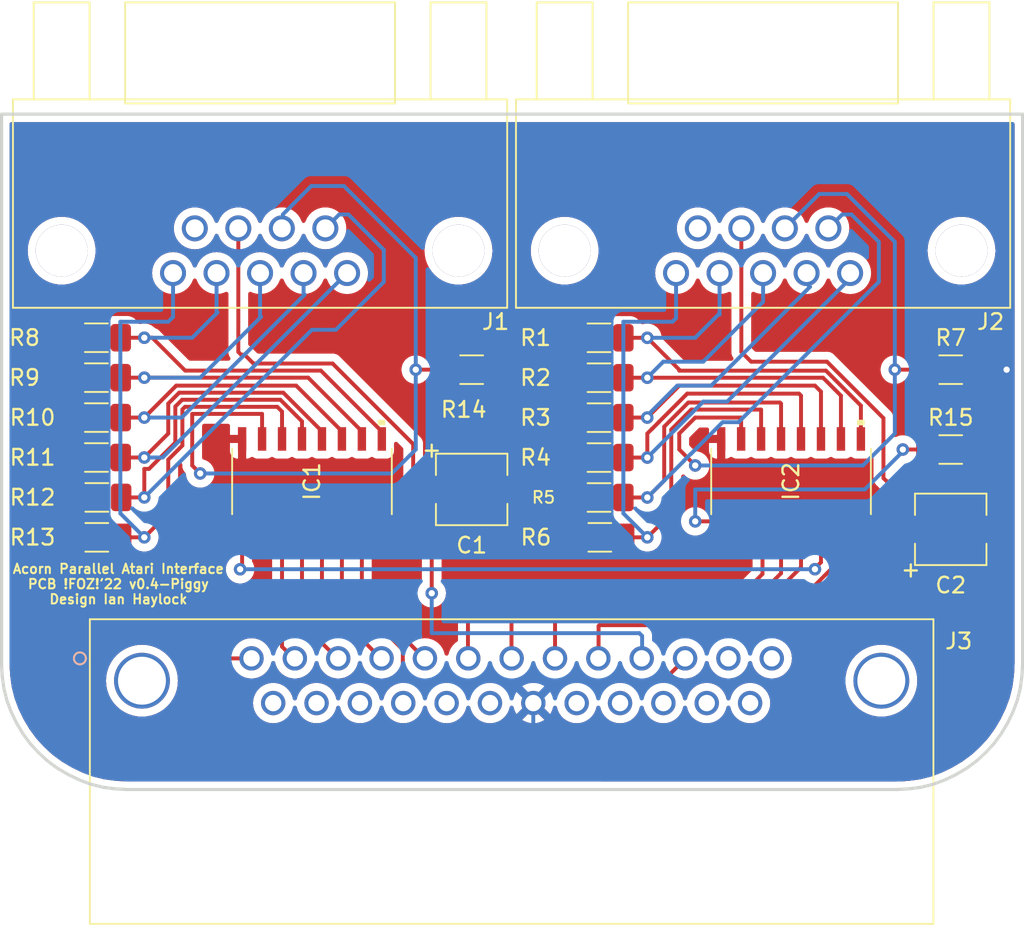
<source format=kicad_pcb>
(kicad_pcb (version 20211014) (generator pcbnew)
  (layers (0 "F.Cu" signal) (31 "B.Cu" signal) (34 "B.Paste" user) (35 "F.Paste" user) (36 "B.SilkS" user "B.Silkscreen") (37 "F.SilkS" user "F.Silkscreen") (38 "B.Mask" user) (39 "F.Mask" user) (44 "Edge.Cuts" user))
  (net 0 "")
  (net 3 "GND")
  (net 17 "Net-(IC1-Pad1)")
  (net 18 "Net-(IC1-Pad2)")
  (net 19 "/Data 0")
  (net 20 "/Data 1")
  (net 21 "/Data 2")
  (net 22 "/Busy")
  (net 23 "/Data 3")
  (net 24 "/Data 4")
  (net 25 "/Data 5")
  (net 26 "/Data 6")
  (net 27 "/Data 7")
  (net 28 "/ACK")
  (net 29 "Net-(IC1-Pad3)")
  (net 30 "Net-(IC1-Pad4)")
  (net 31 "Net-(IC2-Pad1)")
  (net 32 "Net-(IC2-Pad2)")
  (net 33 "Net-(IC2-Pad3)")
  (net 34 "Net-(IC1-Pad5)")
  (net 35 "Net-(IC1-Pad6)")
  (net 36 "Net-(IC1-Pad7)")
  (net 37 "Net-(IC2-Pad4)")
  (net 38 "Net-(IC2-Pad5)")
  (net 39 "Net-(IC2-Pad6)")
  (net 40 "Net-(IC2-Pad7)")
  (net 41 "Net-(IC2-Pad9)")
  (net 42 "/Strobe")
  (net 43 "Net-(IC1-Pad9)")
  (footprint "Resistor_SMD:R_1206_3216Metric_Pad1.30x1.75mm_HandSolder" (layer "F.Cu") (at 91.922 58.932299 180)
    (fp_text reference "R4" (at 4.038 0) (layer "F.SilkS"))
    (fp_text value "100k" hide)
    (pad "1" smd roundrect (at -1.55 0 180) (size 1.3 1.75) (layers "F.Cu" "F.Paste" "F.Mask") (roundrect_rratio 0.1923076923) (net 37 "Net-(IC2-Pad4)"))
    (pad "2" smd roundrect (at 1.55 0 180) (size 1.3 1.75) (layers "F.Cu" "F.Paste" "F.Mask") (roundrect_rratio 0.1923076923) (net 3 "GND"))
  )
  (footprint "Resistor_SMD:R_1206_3216Metric_Pad1.30x1.75mm_HandSolder" (layer "F.Cu") (at 59.97 64.008)
    (fp_text reference "R13" (at -4.09 0) (layer "F.SilkS"))
    (fp_text value "100k" hide)
    (pad "1" smd roundrect (at -1.55 0) (size 1.3 1.75) (layers "F.Cu" "F.Paste" "F.Mask") (roundrect_rratio 0.1923076923) (net 3 "GND"))
    (pad "2" smd roundrect (at 1.55 0) (size 1.3 1.75) (layers "F.Cu" "F.Paste" "F.Mask") (roundrect_rratio 0.1923076923) (net 35 "Net-(IC1-Pad6)"))
  )
  (footprint "5747238-4:5747238-4" (layer "F.Cu") (at 69.81353 71.707345 180)
    (fp_text reference "J3" (at -44.99447 1.095345) (layer "F.SilkS"))
    (fp_text value "DB25_Male" hide)
    (pad "1" thru_hole circle (at 0.000001 0 180) (size 1.5494 1.5494) (drill 1.0414) (layers *.Cu *.Mask) (net 42 "/Strobe"))
    (pad "2" thru_hole circle (at -2.758439 0 180) (size 1.5494 1.5494) (drill 1.0414) (layers *.Cu *.Mask) (net 19 "/Data 0"))
    (pad "3" thru_hole circle (at -5.516879 0 180) (size 1.5494 1.5494) (drill 1.0414) (layers *.Cu *.Mask) (net 20 "/Data 1"))
    (pad "4" thru_hole circle (at -8.275319 0 180) (size 1.5494 1.5494) (drill 1.0414) (layers *.Cu *.Mask) (net 21 "/Data 2"))
    (pad "5" thru_hole circle (at -11.033759 0 180) (size 1.5494 1.5494) (drill 1.0414) (layers *.Cu *.Mask) (net 23 "/Data 3"))
    (pad "6" thru_hole circle (at -13.792199 0 180) (size 1.5494 1.5494) (drill 1.0414) (layers *.Cu *.Mask) (net 24 "/Data 4"))
    (pad "7" thru_hole circle (at -16.550639 0 180) (size 1.5494 1.5494) (drill 1.0414) (layers *.Cu *.Mask) (net 25 "/Data 5"))
    (pad "8" thru_hole circle (at -19.309079 0 180) (size 1.5494 1.5494) (drill 1.0414) (layers *.Cu *.Mask) (net 26 "/Data 6"))
    (pad "9" thru_hole circle (at -22.067519 0 180) (size 1.5494 1.5494) (drill 1.0414) (layers *.Cu *.Mask) (net 27 "/Data 7"))
    (pad "10" thru_hole circle (at -24.825959 0 180) (size 1.5494 1.5494) (drill 1.0414) (layers *.Cu *.Mask) (net 28 "/ACK"))
    (pad "11" thru_hole circle (at -27.584399 0 180) (size 1.5494 1.5494) (drill 1.0414) (layers *.Cu *.Mask) (net 22 "/Busy"))
    (pad "12" thru_hole circle (at -30.342839 0 180) (size 1.5494 1.5494) (drill 1.0414) (layers *.Cu *.Mask))
    (pad "13" thru_hole circle (at -33.101279 0 180) (size 1.5494 1.5494) (drill 1.0414) (layers *.Cu *.Mask))
    (pad "14" thru_hole circle (at -1.379219 -2.8448 180) (size 1.5494 1.5494) (drill 1.0414) (layers *.Cu *.Mask))
    (pad "15" thru_hole circle (at -4.137659 -2.8448 180) (size 1.5494 1.5494) (drill 1.0414) (layers *.Cu *.Mask))
    (pad "16" thru_hole circle (at -6.896099 -2.8448 180) (size 1.5494 1.5494) (drill 1.0414) (layers *.Cu *.Mask))
    (pad "17" thru_hole circle (at -9.654539 -2.8448 180) (size 1.5494 1.5494) (drill 1.0414) (layers *.Cu *.Mask))
    (pad "18" thru_hole circle (at -12.412979 -2.8448 180) (size 1.5494 1.5494) (drill 1.0414) (layers *.Cu *.Mask))
    (pad "19" thru_hole circle (at -15.171419 -2.8448 180) (size 1.5494 1.5494) (drill 1.0414) (layers *.Cu *.Mask))
    (pad "20" thru_hole circle (at -17.929859 -2.8448 180) (size 1.5494 1.5494) (drill 1.0414) (layers *.Cu *.Mask) (net 3 "GND"))
    (pad "21" thru_hole circle (at -20.688299 -2.8448 180) (size 1.5494 1.5494) (drill 1.0414) (layers *.Cu *.Mask))
    (pad "22" thru_hole circle (at -23.446739 -2.8448 180) (size 1.5494 1.5494) (drill 1.0414) (layers *.Cu *.Mask))
    (pad "23" thru_hole circle (at -26.205179 -2.8448 180) (size 1.5494 1.5494) (drill 1.0414) (layers *.Cu *.Mask))
    (pad "24" thru_hole circle (at -28.963619 -2.8448 180) (size 1.5494 1.5494) (drill 1.0414) (layers *.Cu *.Mask))
    (pad "25" thru_hole circle (at -31.722059 -2.8448 180) (size 1.5494 1.5494) (drill 1.0414) (layers *.Cu *.Mask))
    (pad "26" thru_hole circle (at -40.071039 -1.4224 180) (size 3.556 3.556) (drill 3.048) (layers *.Cu *.Mask))
    (pad "27" thru_hole circle (at 6.969761 -1.4224 180) (size 3.556 3.556) (drill 3.048) (layers *.Cu *.Mask))
  )
  (footprint "Resistor_SMD:R_1206_3216Metric_Pad1.30x1.75mm_HandSolder" (layer "F.Cu") (at 59.944 53.848 180)
    (fp_text reference "R9" (at 4.572 0) (layer "F.SilkS"))
    (fp_text value "100k" hide)
    (pad "1" smd roundrect (at -1.55 0 180) (size 1.3 1.75) (layers "F.Cu" "F.Paste" "F.Mask") (roundrect_rratio 0.1923076923) (net 18 "Net-(IC1-Pad2)"))
    (pad "2" smd roundrect (at 1.55 0 180) (size 1.3 1.75) (layers "F.Cu" "F.Paste" "F.Mask") (roundrect_rratio 0.1923076923) (net 3 "GND"))
  )
  (footprint "Resistor_SMD:R_1206_3216Metric_Pad1.30x1.75mm_HandSolder" (layer "F.Cu") (at 59.944 58.928 180)
    (fp_text reference "R11" (at 4.064 0) (layer "F.SilkS"))
    (fp_text value "100k" hide)
    (pad "1" smd roundrect (at -1.55 0 180) (size 1.3 1.75) (layers "F.Cu" "F.Paste" "F.Mask") (roundrect_rratio 0.1923076923) (net 30 "Net-(IC1-Pad4)"))
    (pad "2" smd roundrect (at 1.55 0 180) (size 1.3 1.75) (layers "F.Cu" "F.Paste" "F.Mask") (roundrect_rratio 0.1923076923) (net 3 "GND"))
  )
  (footprint "Resistor_SMD:R_1206_3216Metric_Pad1.30x1.75mm_HandSolder" (layer "F.Cu") (at 114.3 58.42 180)
    (fp_text reference "R15" (at 0 2.032 180) (layer "F.SilkS"))
    (fp_text value "1k" hide)
    (pad "1" smd roundrect (at -1.55 0 180) (size 1.3 1.75) (layers "F.Cu" "F.Paste" "F.Mask") (roundrect_rratio 0.1923076923) (net 42 "/Strobe"))
    (pad "2" smd roundrect (at 1.55 0 180) (size 1.3 1.75) (layers "F.Cu" "F.Paste" "F.Mask") (roundrect_rratio 0.1923076923) (net 41 "Net-(IC2-Pad9)"))
  )
  (footprint "Resistor_SMD:R_1206_3216Metric_Pad1.30x1.75mm_HandSolder" (layer "F.Cu") (at 83.82 53.34)
    (fp_text reference "R14" (at -0.508 2.54) (layer "F.SilkS"))
    (fp_text value "100k" hide)
    (pad "1" smd roundrect (at -1.55 0) (size 1.3 1.75) (layers "F.Cu" "F.Paste" "F.Mask") (roundrect_rratio 0.1923076923) (net 36 "Net-(IC1-Pad7)"))
    (pad "2" smd roundrect (at 1.55 0) (size 1.3 1.75) (layers "F.Cu" "F.Paste" "F.Mask") (roundrect_rratio 0.1923076923) (net 3 "GND"))
  )
  (footprint "ul_EEE-FN1A100R:EEE-FN1A100R" (layer "F.Cu") (at 114.3 63.5)
    (fp_text reference "C2" (at 0 3.556) (layer "F.SilkS"))
    (fp_text value "C_Polarized, 10uf Eletrolitic" hide)
    (fp_text user "+" (at -2.54 2.54 unlocked) (layer "F.SilkS"))
    (pad "1" smd rect (at -2.1971 0) (size 2.2098 1.1684) (layers "F.Cu" "F.Paste" "F.Mask") (net 42 "/Strobe"))
    (pad "2" smd rect (at 2.1971 0) (size 2.2098 1.1684) (layers "F.Cu" "F.Paste" "F.Mask") (net 3 "GND"))
  )
  (footprint "Resistor_SMD:R_1206_3216Metric_Pad1.30x1.75mm_HandSolder" (layer "F.Cu") (at 91.922 56.392299 180)
    (fp_text reference "R3" (at 4.038 0) (layer "F.SilkS"))
    (fp_text value "100k" hide)
    (pad "1" smd roundrect (at -1.55 0 180) (size 1.3 1.75) (layers "F.Cu" "F.Paste" "F.Mask") (roundrect_rratio 0.1923076923) (net 33 "Net-(IC2-Pad3)"))
    (pad "2" smd roundrect (at 1.55 0 180) (size 1.3 1.75) (layers "F.Cu" "F.Paste" "F.Mask") (roundrect_rratio 0.1923076923) (net 3 "GND"))
  )
  (footprint "5747840-6:5747840-6" (layer "F.Cu") (at 70.358 36.2712)
    (fp_text reference "J1" (at 14.986 14.0208) (layer "F.SilkS"))
    (fp_text value "DB9_Male" hide)
    (pad "1" thru_hole circle (at 5.5372 10.922) (size 1.651 1.651) (drill 1.143) (layers *.Cu *.Mask) (net 30 "Net-(IC1-Pad4)"))
    (pad "2" thru_hole circle (at 2.7686 10.922) (size 1.651 1.651) (drill 1.143) (layers *.Cu *.Mask) (net 29 "Net-(IC1-Pad3)"))
    (pad "3" thru_hole circle (at 0 10.922) (size 1.651 1.651) (drill 1.143) (layers *.Cu *.Mask) (net 18 "Net-(IC1-Pad2)"))
    (pad "4" thru_hole circle (at -2.7686 10.922) (size 1.651 1.651) (drill 1.143) (layers *.Cu *.Mask) (net 17 "Net-(IC1-Pad1)"))
    (pad "5" thru_hole circle (at -5.5372 10.922) (size 1.651 1.651) (drill 1.143) (layers *.Cu *.Mask) (net 35 "Net-(IC1-Pad6)"))
    (pad "6" thru_hole circle (at 4.1529 8.0772) (size 1.651 1.651) (drill 1.143) (layers *.Cu *.Mask) (net 34 "Net-(IC1-Pad5)"))
    (pad "7" thru_hole circle (at 1.3843 8.0772) (size 1.651 1.651) (drill 1.143) (layers *.Cu *.Mask) (net 36 "Net-(IC1-Pad7)"))
    (pad "8" thru_hole circle (at -1.3843 8.0772) (size 1.651 1.651) (drill 1.143) (layers *.Cu *.Mask) (net 28 "/ACK"))
    (pad "9" thru_hole circle (at -4.1529 8.0772) (size 1.651 1.651) (drill 1.143) (layers *.Cu *.Mask))
    (pad "10" thru_hole circle (at -12.6238 9.4996) (size 3.302 3.302) (drill 3.302) (layers *.Cu *.Mask))
    (pad "11" thru_hole circle (at 12.6238 9.4996) (size 3.302 3.302) (drill 3.302) (layers *.Cu *.Mask))
  )
  (footprint "MC14512BDR2G:MC14512BDR2G" (layer "F.Cu") (at 104.14 60.452 -90)
    (fp_text reference "IC2" (at 0 0 90) (layer "F.SilkS"))
    (fp_text value "MC14512BDR2G" hide)
    (pad "1" smd rect (at -2.7051 -4.445 270) (size 1.4986 0.5334) (layers "F.Cu" "F.Paste" "F.Mask") (net 31 "Net-(IC2-Pad1)"))
    (pad "2" smd rect (at -2.7051 -3.175 270) (size 1.4986 0.5334) (layers "F.Cu" "F.Paste" "F.Mask") (net 32 "Net-(IC2-Pad2)"))
    (pad "3" smd rect (at -2.7051 -1.905 270) (size 1.4986 0.5334) (layers "F.Cu" "F.Paste" "F.Mask") (net 33 "Net-(IC2-Pad3)"))
    (pad "4" smd rect (at -2.7051 -0.635 270) (size 1.4986 0.5334) (layers "F.Cu" "F.Paste" "F.Mask") (net 37 "Net-(IC2-Pad4)"))
    (pad "5" smd rect (at -2.7051 0.635 270) (size 1.4986 0.5334) (layers "F.Cu" "F.Paste" "F.Mask") (net 38 "Net-(IC2-Pad5)"))
    (pad "6" smd rect (at -2.7051 1.905 270) (size 1.4986 0.5334) (layers "F.Cu" "F.Paste" "F.Mask") (net 39 "Net-(IC2-Pad6)"))
    (pad "7" smd rect (at -2.7051 3.175 270) (size 1.4986 0.5334) (layers "F.Cu" "F.Paste" "F.Mask") (net 40 "Net-(IC2-Pad7)"))
    (pad "8" smd rect (at -2.7051 4.445 270) (size 1.4986 0.5334) (layers "F.Cu" "F.Paste" "F.Mask") (net 3 "GND"))
    (pad "9" smd rect (at 2.7051 4.445 270) (size 1.4986 0.5334) (layers "F.Cu" "F.Paste" "F.Mask") (net 41 "Net-(IC2-Pad9)"))
    (pad "10" smd rect (at 2.7051 3.175 270) (size 1.4986 0.5334) (layers "F.Cu" "F.Paste" "F.Mask") (net 3 "GND"))
    (pad "11" smd rect (at 2.7051 1.905 270) (size 1.4986 0.5334) (layers "F.Cu" "F.Paste" "F.Mask") (net 24 "/Data 4"))
    (pad "12" smd rect (at 2.7051 0.635 270) (size 1.4986 0.5334) (layers "F.Cu" "F.Paste" "F.Mask") (net 25 "/Data 5"))
    (pad "13" smd rect (at 2.7051 -0.635 270) (size 1.4986 0.5334) (layers "F.Cu" "F.Paste" "F.Mask") (net 26 "/Data 6"))
    (pad "14" smd rect (at 2.7051 -1.905 270) (size 1.4986 0.5334) (layers "F.Cu" "F.Paste" "F.Mask") (net 43 "Net-(IC1-Pad9)"))
    (pad "15" smd rect (at 2.7051 -3.175 270) (size 1.4986 0.5334) (layers "F.Cu" "F.Paste" "F.Mask") (net 27 "/Data 7"))
    (pad "16" smd rect (at 2.7051 -4.445 270) (size 1.4986 0.5334) (layers "F.Cu" "F.Paste" "F.Mask") (net 42 "/Strobe"))
  )
  (footprint "Resistor_SMD:R_1206_3216Metric_Pad1.30x1.75mm_HandSolder" (layer "F.Cu") (at 91.974 64.008 180)
    (fp_text reference "R6" (at 4.064 0) (layer "F.SilkS"))
    (fp_text value "100k" hide)
    (pad "1" smd roundrect (at -1.55 0 180) (size 1.3 1.75) (layers "F.Cu" "F.Paste" "F.Mask") (roundrect_rratio 0.1923076923) (net 39 "Net-(IC2-Pad6)"))
    (pad "2" smd roundrect (at 1.55 0 180) (size 1.3 1.75) (layers "F.Cu" "F.Paste" "F.Mask") (roundrect_rratio 0.1923076923) (net 3 "GND"))
  )
  (footprint "5747840-6:5747840-6" (layer "F.Cu") (at 102.362 36.2712)
    (fp_text reference "J2" (at 14.478 14.0208) (layer "F.SilkS"))
    (fp_text value "DB9_Male" hide)
    (pad "1" thru_hole circle (at 5.5372 10.922) (size 1.651 1.651) (drill 1.143) (layers *.Cu *.Mask) (net 37 "Net-(IC2-Pad4)"))
    (pad "2" thru_hole circle (at 2.7686 10.922) (size 1.651 1.651) (drill 1.143) (layers *.Cu *.Mask) (net 33 "Net-(IC2-Pad3)"))
    (pad "3" thru_hole circle (at 0 10.922) (size 1.651 1.651) (drill 1.143) (layers *.Cu *.Mask) (net 32 "Net-(IC2-Pad2)"))
    (pad "4" thru_hole circle (at -2.7686 10.922) (size 1.651 1.651) (drill 1.143) (layers *.Cu *.Mask) (net 31 "Net-(IC2-Pad1)"))
    (pad "5" thru_hole circle (at -5.5372 10.922) (size 1.651 1.651) (drill 1.143) (layers *.Cu *.Mask) (net 39 "Net-(IC2-Pad6)"))
    (pad "6" thru_hole circle (at 4.1529 8.0772) (size 1.651 1.651) (drill 1.143) (layers *.Cu *.Mask) (net 38 "Net-(IC2-Pad5)"))
    (pad "7" thru_hole circle (at 1.3843 8.0772) (size 1.651 1.651) (drill 1.143) (layers *.Cu *.Mask) (net 40 "Net-(IC2-Pad7)"))
    (pad "8" thru_hole circle (at -1.3843 8.0772) (size 1.651 1.651) (drill 1.143) (layers *.Cu *.Mask) (net 42 "/Strobe"))
    (pad "9" thru_hole circle (at -4.1529 8.0772) (size 1.651 1.651) (drill 1.143) (layers *.Cu *.Mask))
    (pad "10" thru_hole circle (at -12.6238 9.4996) (size 3.302 3.302) (drill 3.302) (layers *.Cu *.Mask))
    (pad "11" thru_hole circle (at 12.6238 9.4996) (size 3.302 3.302) (drill 3.302) (layers *.Cu *.Mask))
  )
  (footprint "Resistor_SMD:R_1206_3216Metric_Pad1.30x1.75mm_HandSolder" (layer "F.Cu") (at 59.944 51.308 180)
    (fp_text reference "R8" (at 4.572 0) (layer "F.SilkS"))
    (fp_text value "100k" hide)
    (pad "1" smd roundrect (at -1.55 0 180) (size 1.3 1.75) (layers "F.Cu" "F.Paste" "F.Mask") (roundrect_rratio 0.1923076923) (net 17 "Net-(IC1-Pad1)"))
    (pad "2" smd roundrect (at 1.55 0 180) (size 1.3 1.75) (layers "F.Cu" "F.Paste" "F.Mask") (roundrect_rratio 0.1923076923) (net 3 "GND"))
  )
  (footprint "ul_EEE-FN1A100R:EEE-FN1A100R" (layer "F.Cu") (at 83.82 60.96)
    (fp_text reference "C1" (at 0 3.556) (layer "F.SilkS"))
    (fp_text value "C_Polarized, 10uf Eletrolitic" hide)
    (fp_text user "+" (at -2.54 -2.54 unlocked) (layer "F.SilkS"))
    (pad "1" smd rect (at -2.1971 0) (size 2.2098 1.1684) (layers "F.Cu" "F.Paste" "F.Mask") (net 28 "/ACK"))
    (pad "2" smd rect (at 2.1971 0) (size 2.2098 1.1684) (layers "F.Cu" "F.Paste" "F.Mask") (net 3 "GND"))
  )
  (footprint "Resistor_SMD:R_1206_3216Metric_Pad1.30x1.75mm_HandSolder" (layer "F.Cu") (at 91.922 61.472299 180)
    (fp_text reference "R5" (at 3.53 0.004299) (layer "F.SilkS") (effects (font (size 0.75 0.75) (thickness 0.125))))
    (fp_text value "100k" hide)
    (pad "1" smd roundrect (at -1.55 0 180) (size 1.3 1.75) (layers "F.Cu" "F.Paste" "F.Mask") (roundrect_rratio 0.1923076923) (net 38 "Net-(IC2-Pad5)"))
    (pad "2" smd roundrect (at 1.55 0 180) (size 1.3 1.75) (layers "F.Cu" "F.Paste" "F.Mask") (roundrect_rratio 0.1923076923) (net 3 "GND"))
  )
  (footprint "Resistor_SMD:R_1206_3216Metric_Pad1.30x1.75mm_HandSolder" (layer "F.Cu") (at 59.944 56.388 180)
    (fp_text reference "R10" (at 4.064 0) (layer "F.SilkS"))
    (fp_text value "100k" hide)
    (pad "1" smd roundrect (at -1.55 0 180) (size 1.3 1.75) (layers "F.Cu" "F.Paste" "F.Mask") (roundrect_rratio 0.1923076923) (net 29 "Net-(IC1-Pad3)"))
    (pad "2" smd roundrect (at 1.55 0 180) (size 1.3 1.75) (layers "F.Cu" "F.Paste" "F.Mask") (roundrect_rratio 0.1923076923) (net 3 "GND"))
  )
  (footprint "Resistor_SMD:R_1206_3216Metric_Pad1.30x1.75mm_HandSolder" (layer "F.Cu") (at 91.922 53.852299 180)
    (fp_text reference "R2" (at 4.038 0) (layer "F.SilkS"))
    (fp_text value "100k" hide)
    (pad "1" smd roundrect (at -1.55 0 180) (size 1.3 1.75) (layers "F.Cu" "F.Paste" "F.Mask") (roundrect_rratio 0.1923076923) (net 32 "Net-(IC2-Pad2)"))
    (pad "2" smd roundrect (at 1.55 0 180) (size 1.3 1.75) (layers "F.Cu" "F.Paste" "F.Mask") (roundrect_rratio 0.1923076923) (net 3 "GND"))
  )
  (footprint "Resistor_SMD:R_1206_3216Metric_Pad1.30x1.75mm_HandSolder" (layer "F.Cu") (at 59.97 61.468 180)
    (fp_text reference "R12" (at 4.09 0) (layer "F.SilkS"))
    (fp_text value "100k" hide)
    (pad "1" smd roundrect (at -1.55 0 180) (size 1.3 1.75) (layers "F.Cu" "F.Paste" "F.Mask") (roundrect_rratio 0.1923076923) (net 34 "Net-(IC1-Pad5)"))
    (pad "2" smd roundrect (at 1.55 0 180) (size 1.3 1.75) (layers "F.Cu" "F.Paste" "F.Mask") (roundrect_rratio 0.1923076923) (net 3 "GND"))
  )
  (footprint "Resistor_SMD:R_1206_3216Metric_Pad1.30x1.75mm_HandSolder" (layer "F.Cu") (at 114.3 53.34)
    (fp_text reference "R7" (at 0 -2.032) (layer "F.SilkS"))
    (fp_text value "100k" hide)
    (pad "1" smd roundrect (at -1.55 0) (size 1.3 1.75) (layers "F.Cu" "F.Paste" "F.Mask") (roundrect_rratio 0.1923076923) (net 40 "Net-(IC2-Pad7)"))
    (pad "2" smd roundrect (at 1.55 0) (size 1.3 1.75) (layers "F.Cu" "F.Paste" "F.Mask") (roundrect_rratio 0.1923076923) (net 3 "GND"))
  )
  (footprint "Resistor_SMD:R_1206_3216Metric_Pad1.30x1.75mm_HandSolder" (layer "F.Cu") (at 91.922 51.312299 180)
    (fp_text reference "R1" (at 4.038 0) (layer "F.SilkS"))
    (fp_text value "100k" hide)
    (pad "1" smd roundrect (at -1.55 0 180) (size 1.3 1.75) (layers "F.Cu" "F.Paste" "F.Mask") (roundrect_rratio 0.1923076923) (net 31 "Net-(IC2-Pad1)"))
    (pad "2" smd roundrect (at 1.55 0 180) (size 1.3 1.75) (layers "F.Cu" "F.Paste" "F.Mask") (roundrect_rratio 0.1923076923) (net 3 "GND"))
  )
  (footprint "MC14512BDR2G:MC14512BDR2G" (layer "F.Cu") (at 73.66 60.452 -90)
    (fp_text reference "IC1" (at 0 0 90) (layer "F.SilkS"))
    (fp_text value "MC14512BDR2G" hide)
    (pad "1" smd rect (at -2.7051 -4.445 270) (size 1.4986 0.5334) (layers "F.Cu" "F.Paste" "F.Mask") (net 17 "Net-(IC1-Pad1)"))
    (pad "2" smd rect (at -2.7051 -3.175 270) (size 1.4986 0.5334) (layers "F.Cu" "F.Paste" "F.Mask") (net 18 "Net-(IC1-Pad2)"))
    (pad "3" smd rect (at -2.7051 -1.905 270) (size 1.4986 0.5334) (layers "F.Cu" "F.Paste" "F.Mask") (net 29 "Net-(IC1-Pad3)"))
    (pad "4" smd rect (at -2.7051 -0.635 270) (size 1.4986 0.5334) (layers "F.Cu" "F.Paste" "F.Mask") (net 30 "Net-(IC1-Pad4)"))
    (pad "5" smd rect (at -2.7051 0.635 270) (size 1.4986 0.5334) (layers "F.Cu" "F.Paste" "F.Mask") (net 34 "Net-(IC1-Pad5)"))
    (pad "6" smd rect (at -2.7051 1.905 270) (size 1.4986 0.5334) (layers "F.Cu" "F.Paste" "F.Mask") (net 35 "Net-(IC1-Pad6)"))
    (pad "7" smd rect (at -2.7051 3.175 270) (size 1.4986 0.5334) (layers "F.Cu" "F.Paste" "F.Mask") (net 36 "Net-(IC1-Pad7)"))
    (pad "8" smd rect (at -2.7051 4.445 270) (size 1.4986 0.5334) (layers "F.Cu" "F.Paste" "F.Mask") (net 3 "GND"))
    (pad "9" smd rect (at 2.7051 4.445 270) (size 1.4986 0.5334) (layers "F.Cu" "F.Paste" "F.Mask") (net 43 "Net-(IC1-Pad9)"))
    (pad "10" smd rect (at 2.7051 3.175 270) (size 1.4986 0.5334) (layers "F.Cu" "F.Paste" "F.Mask") (net 3 "GND"))
    (pad "11" smd rect (at 2.7051 1.905 270) (size 1.4986 0.5334) (layers "F.Cu" "F.Paste" "F.Mask") (net 19 "/Data 0"))
    (pad "12" smd rect (at 2.7051 0.635 270) (size 1.4986 0.5334) (layers "F.Cu" "F.Paste" "F.Mask") (net 20 "/Data 1"))
    (pad "13" smd rect (at 2.7051 -0.635 270) (size 1.4986 0.5334) (layers "F.Cu" "F.Paste" "F.Mask") (net 21 "/Data 2"))
    (pad "14" smd rect (at 2.7051 -1.905 270) (size 1.4986 0.5334) (layers "F.Cu" "F.Paste" "F.Mask") (net 22 "/Busy"))
    (pad "15" smd rect (at 2.7051 -3.175 270) (size 1.4986 0.5334) (layers "F.Cu" "F.Paste" "F.Mask") (net 23 "/Data 3"))
    (pad "16" smd rect (at 2.7051 -4.445 270) (size 1.4986 0.5334) (layers "F.Cu" "F.Paste" "F.Mask") (net 28 "/ACK"))
  )
  (gr_line (start 110.8696 80.053) (end 61.912 80.053) (layer "Edge.Cuts") (width 0.2))
  (gr_line (start 56.8312 78.232) (end 57.46648 78.698) (layer "Edge.Cuts") (width 0.2))
  (gr_line (start 53.91115 72.052) (end 53.91115 37.084) (layer "Edge.Cuts") (width 0.2))
  (gr_line (start 55.73156 77.131) (end 56.26073 77.703) (layer "Edge.Cuts") (width 0.2))
  (gr_line (start 112.4366 79.904) (end 113.1986 79.714) (layer "Edge.Cuts") (width 0.2))
  (gr_line (start 117.5173 76.496) (end 117.9184 75.82) (layer "Edge.Cuts") (width 0.2))
  (gr_line (start 118.7231 73.617) (end 118.8293 72.835) (layer "Edge.Cuts") (width 0.2))
  (gr_line (start 111.6538 80.01) (end 112.4366 79.904) (layer "Edge.Cuts") (width 0.2))
  (gr_line (start 60.3452 79.904) (end 61.1293 80.01) (layer "Edge.Cuts") (width 0.2))
  (gr_line (start 118.533 74.38) (end 118.7231 73.617) (layer "Edge.Cuts") (width 0.2))
  (gr_line (start 54.25014 74.38) (end 54.52439 75.121) (layer "Edge.Cuts") (width 0.2))
  (gr_line (start 55.26575 76.496) (end 55.73156 77.131) (layer "Edge.Cuts") (width 0.2))
  (gr_line (start 53.91115 37.084) (end 118.872 37.084) (layer "Edge.Cuts") (width 0.2))
  (gr_line (start 59.58315 79.714) (end 60.3452 79.904) (layer "Edge.Cuts") (width 0.2))
  (gr_line (start 113.9398 79.438) (end 114.6386 79.099) (layer "Edge.Cuts") (width 0.2))
  (gr_line (start 54.52439 75.121) (end 54.86337 75.82) (layer "Edge.Cuts") (width 0.2))
  (gr_line (start 54.05862 73.617) (end 54.25014 74.38) (layer "Edge.Cuts") (width 0.2))
  (gr_line (start 116.5225 77.703) (end 117.0516 77.131) (layer "Edge.Cuts") (width 0.2))
  (gr_line (start 115.3153 78.698) (end 115.9503 78.232) (layer "Edge.Cuts") (width 0.2))
  (gr_line (start 53.9525 72.835) (end 54.05862 73.617) (layer "Edge.Cuts") (width 0.2))
  (gr_line (start 115.9503 78.232) (end 116.5225 77.703) (layer "Edge.Cuts") (width 0.2))
  (gr_line (start 117.0516 77.131) (end 117.5173 76.496) (layer "Edge.Cuts") (width 0.2))
  (gr_line (start 61.1293 80.01) (end 61.912 80.053) (layer "Edge.Cuts") (width 0.2))
  (gr_line (start 56.26073 77.703) (end 56.8312 78.232) (layer "Edge.Cuts") (width 0.2))
  (gr_line (start 117.9184 75.82) (end 118.2574 75.121) (layer "Edge.Cuts") (width 0.2))
  (gr_line (start 58.14449 79.099) (end 58.84316 79.438) (layer "Edge.Cuts") (width 0.2))
  (gr_line (start 58.84316 79.438) (end 59.58315 79.714) (layer "Edge.Cuts") (width 0.2))
  (gr_line (start 118.2574 75.121) (end 118.533 74.38) (layer "Edge.Cuts") (width 0.2))
  (gr_line (start 118.872 37.084) (end 118.872 72.052) (layer "Edge.Cuts") (width 0.2))
  (gr_line (start 114.6386 79.099) (end 115.3153 78.698) (layer "Edge.Cuts") (width 0.2))
  (gr_line (start 57.46648 78.698) (end 58.14449 79.099) (layer "Edge.Cuts") (width 0.2))
  (gr_line (start 54.86337 75.82) (end 55.26575 76.496) (layer "Edge.Cuts") (width 0.2))
  (gr_line (start 110.8696 80.053) (end 111.6538 80.01) (layer "Edge.Cuts") (width 0.2))
  (gr_line (start 118.8293 72.835) (end 118.872 72.052) (layer "Edge.Cuts") (width 0.2))
  (gr_line (start 53.91115 72.052) (end 53.9525 72.835) (layer "Edge.Cuts") (width 0.2))
  (gr_line (start 113.1986 79.714) (end 113.9398 79.438) (layer "Edge.Cuts") (width 0.2))
  (gr_text "Acorn Parallel Atari Interface\nPCB !FOZ!'22 v0.4-Piggy\nDesign Ian Haylock" (at 61.340715 66.979777) (layer "F.SilkS") (effects (font (size 0.6 0.6) (thickness 0.125))))
  (segment (start 117.856 63.5) (end 115.8625 63.5) (width 0.25) (layer "F.Cu") (net 3))
  (segment (start 117.856 53.34) (end 115.85 53.34) (width 0.25) (layer "F.Cu") (net 3))
  (segment (start 85.3825 53.3525) (end 85.37 53.34) (width 0.25) (layer "F.Cu") (net 3))
  (segment (start 58.42 51.334) (end 58.394 51.308) (width 0.25) (layer "F.Cu") (net 3))
  (via (at 117.856 53.34) (size 0.8) (drill 0.4) (layers "F.Cu" "B.Cu") (net 3))
  (segment (start 87.74 76.056) (end 87.884 76.2) (width 0.25) (layer "B.Cu") (net 3))
  (segment (start 87.74 74.550669) (end 87.74 76.056) (width 0.25) (layer "B.Cu") (net 3))
  (segment (start 74.22648 53.39848) (end 78.105 57.277) (width 0.25) (layer "F.Cu") (net 17))
  (segment (start 65.59048 53.39848) (end 74.22648 53.39848) (width 0.25) (layer "F.Cu") (net 17))
  (segment (start 63.5 51.308) (end 65.59048 53.39848) (width 0.25) (layer "F.Cu") (net 17))
  (segment (start 62.992 51.308) (end 61.494 51.308) (width 0.25) (layer "F.Cu") (net 17))
  (segment (start 62.992 51.308) (end 63.5 51.308) (width 0.25) (layer "F.Cu") (net 17))
  (segment (start 78.105 57.277) (end 78.105 57.7469) (width 0.25) (layer "F.Cu") (net 17))
  (via (at 62.992 51.308) (size 0.8) (drill 0.4) (layers "F.Cu" "B.Cu") (net 17))
  (segment (start 67.650403 49.697597) (end 67.5894 49.636594) (width 0.25) (layer "B.Cu") (net 17))
  (segment (start 62.992 51.308) (end 66.04 51.308) (width 0.25) (layer "B.Cu") (net 17))
  (segment (start 66.04 51.308) (end 67.650403 49.697597) (width 0.25) (layer "B.Cu") (net 17))
  (segment (start 67.5894 49.636594) (end 67.5894 47.1932) (width 0.25) (layer "B.Cu") (net 17))
  (segment (start 76.835 57.2643) (end 76.835 57.7469) (width 0.25) (layer "F.Cu") (net 18))
  (segment (start 62.992 53.848) (end 73.4187 53.848) (width 0.25) (layer "F.Cu") (net 18))
  (segment (start 62.992 53.848) (end 61.494 53.848) (width 0.25) (layer "F.Cu") (net 18))
  (segment (start 73.4187 53.848) (end 76.835 57.2643) (width 0.25) (layer "F.Cu") (net 18))
  (via (at 62.992 53.848) (size 0.8) (drill 0.4) (layers "F.Cu" "B.Cu") (net 18))
  (segment (start 70.420403 49.975597) (end 70.358 49.913194) (width 0.25) (layer "B.Cu") (net 18))
  (segment (start 70.420403 49.975597) (end 66.548 53.848) (width 0.25) (layer "B.Cu") (net 18))
  (segment (start 66.548 53.848) (end 62.992 53.848) (width 0.25) (layer "B.Cu") (net 18))
  (segment (start 70.358 49.913194) (end 70.358 47.1932) (width 0.25) (layer "B.Cu") (net 18))
  (segment (start 71.755 70.960669) (end 72.505 71.710669) (width 0.25) (layer "F.Cu") (net 19))
  (segment (start 71.755 63.1571) (end 71.755 70.960669) (width 0.25) (layer "F.Cu") (net 19))
  (segment (start 73.025 63.1571) (end 73.025 69.460669) (width 0.25) (layer "F.Cu") (net 20))
  (segment (start 73.025 69.460669) (end 75.275 71.710669) (width 0.25) (layer "F.Cu") (net 20))
  (segment (start 74.295 63.1571) (end 74.295 67.960669) (width 0.25) (layer "F.Cu") (net 21))
  (segment (start 74.295 67.960669) (end 78.045 71.710669) (width 0.25) (layer "F.Cu") (net 21))
  (segment (start 75.565 63.1571) (end 75.565 67.279097) (width 0.25) (layer "F.Cu") (net 22))
  (segment (start 79.441021 71.155118) (end 79.441021 72.329021) (width 0.25) (layer "F.Cu") (net 22))
  (segment (start 75.565 67.279097) (end 79.441021 71.155118) (width 0.25) (layer "F.Cu") (net 22))
  (segment (start 95.993669 73.152) (end 97.435 71.710669) (width 0.25) (layer "F.Cu") (net 22))
  (segment (start 80.264 73.152) (end 95.993669 73.152) (width 0.25) (layer "F.Cu") (net 22))
  (segment (start 79.441021 72.329021) (end 80.264 73.152) (width 0.25) (layer "F.Cu") (net 22))
  (segment (start 76.835 63.1571) (end 76.835 67.730669) (width 0.25) (layer "F.Cu") (net 23))
  (segment (start 76.835 67.730669) (end 80.815 71.710669) (width 0.25) (layer "F.Cu") (net 23))
  (segment (start 83.585 68.307) (end 83.585 71.710669) (width 0.25) (layer "F.Cu") (net 24))
  (segment (start 100.592614 68.072) (end 83.82 68.072) (width 0.25) (layer "F.Cu") (net 24))
  (segment (start 102.235 63.1571) (end 102.324511 63.246611) (width 0.25) (layer "F.Cu") (net 24))
  (segment (start 102.324511 66.340103) (end 100.592614 68.072) (width 0.25) (layer "F.Cu") (net 24))
  (segment (start 102.324511 63.246611) (end 102.324511 66.340103) (width 0.25) (layer "F.Cu") (net 24))
  (segment (start 83.82 68.072) (end 83.585 68.307) (width 0.25) (layer "F.Cu") (net 24))
  (segment (start 86.36 68.58) (end 86.355 68.585) (width 0.25) (layer "F.Cu") (net 25))
  (segment (start 103.505 66.294717) (end 101.219717 68.58) (width 0.25) (layer "F.Cu") (net 25))
  (segment (start 86.355 68.585) (end 86.355 71.710669) (width 0.25) (layer "F.Cu") (net 25))
  (segment (start 103.505 63.1571) (end 103.505 66.294717) (width 0.25) (layer "F.Cu") (net 25))
  (segment (start 101.219717 68.58) (end 86.36 68.58) (width 0.25) (layer "F.Cu") (net 25))
  (segment (start 89.125 69.02952) (end 89.125 71.710669) (width 0.25) (layer "F.Cu") (net 26))
  (segment (start 101.65848 69.02952) (end 89.125 69.02952) (width 0.25) (layer "F.Cu") (net 26))
  (segment (start 104.775 63.1571) (end 104.775 65.913) (width 0.25) (layer "F.Cu") (net 26))
  (segment (start 104.775 65.913) (end 101.65848 69.02952) (width 0.25) (layer "F.Cu") (net 26))
  (segment (start 103.124 69.596) (end 91.948 69.596) (width 0.25) (layer "F.Cu") (net 27))
  (segment (start 107.315 63.1571) (end 107.315 65.405) (width 0.25) (layer "F.Cu") (net 27))
  (segment (start 91.895 69.649) (end 91.895 71.710669) (width 0.25) (layer "F.Cu") (net 27))
  (segment (start 107.315 65.405) (end 103.124 69.596) (width 0.25) (layer "F.Cu") (net 27))
  (segment (start 91.948 69.596) (end 91.895 69.649) (width 0.25) (layer "F.Cu") (net 27))
  (segment (start 81.28 63.5) (end 80.9371 63.1571) (width 0.25) (layer "F.Cu") (net 28))
  (segment (start 80.9371 63.1571) (end 80.0989 63.1571) (width 0.25) (layer "F.Cu") (net 28))
  (segment (start 69.152406 52.388406) (end 69.374203 52.388406) (width 0.25) (layer "F.Cu") (net 28))
  (segment (start 80.0989 60.7949) (end 80.0989 63.1571) (width 0.25) (layer "F.Cu") (net 28))
  (segment (start 69.152406 52.388406) (end 68.9737 52.2097) (width 0.25) (layer "F.Cu") (net 28))
  (segment (start 69.934757 52.94896) (end 74.972082 52.94896) (width 0.25) (layer "F.Cu") (net 28))
  (segment (start 80.264 60.96) (end 80.0989 60.7949) (width 0.25) (layer "F.Cu") (net 28))
  (segment (start 68.9737 52.2097) (end 68.9737 44.3484) (width 0.25) (layer "F.Cu") (net 28))
  (segment (start 82.2575 60.96) (end 80.264 60.96) (width 0.25) (layer "F.Cu") (net 28))
  (segment (start 80.0989 63.1571) (end 78.105 63.1571) (width 0.25) (layer "F.Cu") (net 28))
  (segment (start 81.28 67.564) (end 81.28 63.5) (width 0.25) (layer "F.Cu") (net 28))
  (segment (start 74.972082 52.94896) (end 80.0989 58.075778) (width 0.25) (layer "F.Cu") (net 28))
  (segment (start 69.374203 52.388406) (end 69.934757 52.94896) (width 0.25) (layer "F.Cu") (net 28))
  (segment (start 80.0989 58.075778) (end 80.0989 60.7949) (width 0.25) (layer "F.Cu") (net 28))
  (via (at 81.28 67.564) (size 0.8) (drill 0.4) (layers "F.Cu" "B.Cu") (net 28))
  (segment (start 81.28 70.104) (end 81.28 67.564) (width 0.25) (layer "B.Cu") (net 28))
  (segment (start 94.665 71.710669) (end 94.665 70.281) (width 0.25) (layer "B.Cu") (net 28))
  (segment (start 94.488 70.104) (end 81.28 70.104) (width 0.25) (layer "B.Cu") (net 28))
  (segment (start 94.665 70.281) (end 94.488 70.104) (width 0.25) (layer "B.Cu") (net 28))
  (segment (start 75.565 57.2643) (end 75.565 57.7469) (width 0.25) (layer "F.Cu") (net 29))
  (segment (start 72.6567 54.356) (end 75.565 57.2643) (width 0.25) (layer "F.Cu") (net 29))
  (segment (start 62.992 56.388) (end 61.494 56.388) (width 0.25) (layer "F.Cu") (net 29))
  (segment (start 62.992 56.388) (end 65.024 54.356) (width 0.25) (layer "F.Cu") (net 29))
  (segment (start 65.024 54.356) (end 72.6567 54.356) (width 0.25) (layer "F.Cu") (net 29))
  (via (at 62.992 56.388) (size 0.8) (drill 0.4) (layers "F.Cu" "B.Cu") (net 29))
  (segment (start 73.190403 48.56425) (end 65.366653 56.388) (width 0.25) (layer "B.Cu") (net 29))
  (segment (start 73.1266 48.500447) (end 73.1266 47.1932) (width 0.25) (layer "B.Cu") (net 29))
  (segment (start 73.190403 48.56425) (end 73.1266 48.500447) (width 0.25) (layer "B.Cu") (net 29))
  (segment (start 65.366653 56.388) (end 62.992 56.388) (width 0.25) (layer "B.Cu") (net 29))
  (segment (start 62.992 58.928) (end 61.494 58.928) (width 0.25) (layer "F.Cu") (net 30))
  (segment (start 62.992 58.928) (end 64.516 57.404) (width 0.25) (layer "F.Cu") (net 30))
  (segment (start 65.210198 54.80552) (end 71.83622 54.80552) (width 0.25) (layer "F.Cu") (net 30))
  (segment (start 74.295 57.2643) (end 74.295 57.7469) (width 0.25) (layer "F.Cu") (net 30))
  (segment (start 64.516 55.499718) (end 65.210198 54.80552) (width 0.25) (layer "F.Cu") (net 30))
  (segment (start 64.516 57.404) (end 64.516 55.499718) (width 0.25) (layer "F.Cu") (net 30))
  (segment (start 71.83622 54.80552) (end 74.295 57.2643) (width 0.25) (layer "F.Cu") (net 30))
  (via (at 62.992 58.928) (size 0.8) (drill 0.4) (layers "F.Cu" "B.Cu") (net 30))
  (segment (start 64.1604 58.928) (end 75.8952 47.1932) (width 0.25) (layer "B.Cu") (net 30))
  (segment (start 62.992 58.928) (end 64.1604 58.928) (width 0.25) (layer "B.Cu") (net 30))
  (segment (start 97.028 53.402779) (end 106.362497 53.402779) (width 0.25) (layer "F.Cu") (net 31))
  (segment (start 94.996 51.312299) (end 97.028 53.344299) (width 0.25) (layer "F.Cu") (net 31))
  (segment (start 97.028 53.344299) (end 97.028 53.402779) (width 0.25) (layer "F.Cu") (net 31))
  (segment (start 108.585 55.625282) (end 108.585 57.7469) (width 0.25) (layer "F.Cu") (net 31))
  (segment (start 94.996 51.312299) (end 93.472 51.312299) (width 0.25) (layer "F.Cu") (net 31))
  (segment (start 106.362497 53.402779) (end 108.585 55.625282) (width 0.25) (layer "F.Cu") (net 31))
  (via (at 94.996 51.312299) (size 0.8) (drill 0.4) (layers "F.Cu" "B.Cu") (net 31))
  (segment (start 99.51645 49.83555) (end 99.5934 49.83555) (width 0.25) (layer "B.Cu") (net 31))
  (segment (start 99.5934 49.83555) (end 99.5934 47.1932) (width 0.25) (layer "B.Cu") (net 31))
  (segment (start 94.996 51.312299) (end 98.039701 51.312299) (width 0.25) (layer "B.Cu") (net 31))
  (segment (start 98.039701 51.312299) (end 99.51645 49.83555) (width 0.25) (layer "B.Cu") (net 31))
  (segment (start 107.315 54.991) (end 106.176299 53.852299) (width 0.25) (layer "F.Cu") (net 32))
  (segment (start 106.176299 53.852299) (end 93.472 53.852299) (width 0.25) (layer "F.Cu") (net 32))
  (segment (start 107.315 57.7469) (end 107.315 54.991) (width 0.25) (layer "F.Cu") (net 32))
  (via (at 94.996 53.852299) (size 0.8) (drill 0.4) (layers "F.Cu" "B.Cu") (net 32))
  (segment (start 102.362 49.022) (end 102.362 47.1932) (width 0.25) (layer "B.Cu") (net 32))
  (segment (start 98.552 52.832) (end 102.362 49.022) (width 0.25) (layer "B.Cu") (net 32))
  (segment (start 94.996 53.848) (end 96.012 52.832) (width 0.25) (layer "B.Cu") (net 32))
  (segment (start 96.012 52.832) (end 98.552 52.832) (width 0.25) (layer "B.Cu") (net 32))
  (segment (start 94.996 53.852299) (end 94.996 53.848) (width 0.25) (layer "B.Cu") (net 32))
  (segment (start 106.045 54.737) (end 106.045 57.7469) (width 0.25) (layer "F.Cu") (net 33))
  (segment (start 97.028 54.356) (end 105.664 54.356) (width 0.25) (layer "F.Cu") (net 33))
  (segment (start 94.991701 56.388) (end 96.515701 54.864) (width 0.25) (layer "F.Cu") (net 33))
  (segment (start 105.664 54.356) (end 106.045 54.737) (width 0.25) (layer "F.Cu") (net 33))
  (segment (start 94.991701 56.388) (end 93.476299 56.388) (width 0.25) (layer "F.Cu") (net 33))
  (segment (start 96.52 54.864) (end 97.028 54.356) (width 0.25) (layer "F.Cu") (net 33))
  (segment (start 93.476299 56.388) (end 93.472 56.392299) (width 0.25) (layer "F.Cu") (net 33))
  (segment (start 96.515701 54.864) (end 96.52 54.864) (width 0.25) (layer "F.Cu") (net 33))
  (via (at 94.991701 56.388) (size 0.8) (drill 0.4) (layers "F.Cu" "B.Cu") (net 33))
  (segment (start 105.348925 48.067075) (end 105.1306 47.84875) (width 0.25) (layer "B.Cu") (net 33))
  (segment (start 105.1306 47.84875) (end 105.1306 47.1932) (width 0.25) (layer "B.Cu") (net 33))
  (segment (start 94.991701 56.264581) (end 96.900282 54.356) (width 0.25) (layer "B.Cu") (net 33))
  (segment (start 99.06 54.356) (end 105.348925 48.067075) (width 0.25) (layer "B.Cu") (net 33))
  (segment (start 96.900282 54.356) (end 99.06 54.356) (width 0.25) (layer "B.Cu") (net 33))
  (segment (start 94.991701 56.388) (end 94.991701 56.264581) (width 0.25) (layer "B.Cu") (net 33))
  (segment (start 73.025 56.630018) (end 73.025 57.7469) (width 0.25) (layer "F.Cu") (net 34))
  (segment (start 71.650022 55.25504) (end 73.025 56.630018) (width 0.25) (layer "F.Cu") (net 34))
  (segment (start 62.992 59.652511) (end 63.292103 59.652511) (width 0.25) (layer "F.Cu") (net 34))
  (segment (start 63.292103 59.652511) (end 64.96552 57.979094) (width 0.25) (layer "F.Cu") (net 34))
  (segment (start 64.96552 55.685916) (end 65.396396 55.25504) (width 0.25) (layer "F.Cu") (net 34))
  (segment (start 64.96552 57.979094) (end 64.96552 55.685916) (width 0.25) (layer "F.Cu") (net 34))
  (segment (start 62.992 61.468) (end 61.52 61.468) (width 0.25) (layer "F.Cu") (net 34))
  (segment (start 65.396396 55.25504) (end 71.650022 55.25504) (width 0.25) (layer "F.Cu") (net 34))
  (segment (start 62.992 61.468) (end 62.992 59.652511) (width 0.25) (layer "F.Cu") (net 34))
  (via (at 62.992 61.468) (size 0.8) (drill 0.4) (layers "F.Cu" "B.Cu") (net 34))
  (segment (start 73.66 50.8) (end 62.992 61.468) (width 0.25) (layer "B.Cu") (net 34))
  (segment (start 74.5109 44.3484) (end 75.393668 43.465632) (width 0.25) (layer "B.Cu") (net 34))
  (segment (start 78.232 45.72) (end 78.232 47.752) (width 0.25) (layer "B.Cu") (net 34))
  (segment (start 75.393668 43.465632) (end 75.977632 43.465632) (width 0.25) (layer "B.Cu") (net 34))
  (segment (start 78.232 47.752) (end 75.179693 50.804307) (width 0.25) (layer "B.Cu") (net 34))
  (segment (start 75.179693 50.804307) (end 73.655693 50.804307) (width 0.25) (layer "B.Cu") (net 34))
  (segment (start 75.977632 43.465632) (end 78.232 45.72) (width 0.25) (layer "B.Cu") (net 34))
  (segment (start 71.45256 55.70456) (end 71.755 56.007) (width 0.25) (layer "F.Cu") (net 35))
  (segment (start 65.41504 55.872114) (end 65.582594 55.70456) (width 0.25) (layer "F.Cu") (net 35))
  (segment (start 65.41504 58.165291) (end 65.41504 55.872114) (width 0.25) (layer "F.Cu") (net 35))
  (segment (start 64.516 62.484) (end 64.516 59.064331) (width 0.25) (layer "F.Cu") (net 35))
  (segment (start 62.992 64.008) (end 64.516 62.484) (width 0.25) (layer "F.Cu") (net 35))
  (segment (start 62.992 64.008) (end 61.52 64.008) (width 0.25) (layer "F.Cu") (net 35))
  (segment (start 64.516 59.064331) (end 65.41504 58.165291) (width 0.25) (layer "F.Cu") (net 35))
  (segment (start 71.755 56.007) (end 71.755 57.7469) (width 0.25) (layer "F.Cu") (net 35))
  (segment (start 65.582594 55.70456) (end 71.45256 55.70456) (width 0.25) (layer "F.Cu") (net 35))
  (via (at 62.992 64.008) (size 0.8) (drill 0.4) (layers "F.Cu" "B.Cu") (net 35))
  (segment (start 64.516 50.292) (end 64.8208 49.9872) (width 0.25) (layer "B.Cu") (net 35))
  (segment (start 61.468 62.484) (end 61.468 50.292) (width 0.25) (layer "B.Cu") (net 35))
  (segment (start 61.468 50.292) (end 64.516 50.292) (width 0.25) (layer "B.Cu") (net 35))
  (segment (start 62.992 64.008) (end 61.468 62.484) (width 0.25) (layer "B.Cu") (net 35))
  (segment (start 64.8208 49.9872) (end 64.8208 47.1932) (width 0.25) (layer "B.Cu") (net 35))
  (segment (start 80.264 53.34) (end 82.27 53.34) (width 0.25) (layer "F.Cu") (net 36))
  (segment (start 66.04 59.436) (end 66.04 56.15408) (width 0.25) (layer "F.Cu") (net 36))
  (segment (start 70.485 56.15408) (end 70.485 57.7469) (width 0.25) (layer "F.Cu") (net 36))
  (segment (start 66.548 59.944) (end 66.04 59.436) (width 0.25) (layer "F.Cu") (net 36))
  (segment (start 66.04 56.15408) (end 70.485 56.15408) (width 0.25) (layer "F.Cu") (net 36))
  (via (at 66.548 59.944) (size 0.8) (drill 0.4) (layers "F.Cu" "B.Cu") (net 36))
  (via (at 80.264 53.34) (size 0.8) (drill 0.4) (layers "F.Cu" "B.Cu") (net 36))
  (segment (start 73.615035 41.656) (end 75.692 41.656) (width 0.25) (layer "B.Cu") (net 36))
  (segment (start 80.264 58.42) (end 80.264 53.34) (width 0.25) (layer "B.Cu") (net 36))
  (segment (start 71.805403 43.465632) (end 73.615035 41.656) (width 0.25) (layer "B.Cu") (net 36))
  (segment (start 80.264 46.228) (end 80.264 53.34) (width 0.25) (layer "B.Cu") (net 36))
  (segment (start 78.74 59.944) (end 80.264 58.42) (width 0.25) (layer "B.Cu") (net 36))
  (segment (start 66.548 59.944) (end 78.74 59.944) (width 0.25) (layer "B.Cu") (net 36))
  (segment (start 75.692 41.656) (end 80.264 46.228) (width 0.25) (layer "B.Cu") (net 36))
  (segment (start 95.291804 57.112511) (end 95.287489 57.112511) (width 0.25) (layer "F.Cu") (net 37))
  (segment (start 95.716212 56.688103) (end 95.291804 57.112511) (width 0.25) (layer "F.Cu") (net 37))
  (segment (start 95.287489 57.112511) (end 94.996 57.404) (width 0.25) (layer "F.Cu") (net 37))
  (segment (start 97.536 54.864) (end 95.716212 56.683788) (width 0.25) (layer "F.Cu") (net 37))
  (segment (start 104.775 54.991) (end 104.648 54.864) (width 0.25) (layer "F.Cu") (net 37))
  (segment (start 94.996 57.404) (end 94.996 58.932299) (width 0.25) (layer "F.Cu") (net 37))
  (segment (start 95.716212 56.683788) (end 95.716212 56.688103) (width 0.25) (layer "F.Cu") (net 37))
  (segment (start 104.648 54.864) (end 97.536 54.864) (width 0.25) (layer "F.Cu") (net 37))
  (segment (start 104.775 57.7469) (end 104.775 54.991) (width 0.25) (layer "F.Cu") (net 37))
  (segment (start 94.996 58.932299) (end 93.472 58.932299) (width 0.25) (layer "F.Cu") (net 37))
  (via (at 94.996 58.932299) (size 0.8) (drill 0.4) (layers "F.Cu" "B.Cu") (net 37))
  (segment (start 98.556299 55.372) (end 100.076 55.372) (width 0.25) (layer "B.Cu") (net 37))
  (segment (start 107.8992 47.5488) (end 107.8992 47.1932) (width 0.25) (layer "B.Cu") (net 37))
  (segment (start 100.076 55.372) (end 107.8992 47.5488) (width 0.25) (layer "B.Cu") (net 37))
  (segment (start 94.996 58.932299) (end 98.556299 55.372) (width 0.25) (layer "B.Cu") (net 37))
  (segment (start 103.43648 55.43048) (end 97.605238 55.43048) (width 0.25) (layer "F.Cu") (net 38))
  (segment (start 96.07048 60.397819) (end 94.996 61.472299) (width 0.25) (layer "F.Cu") (net 38))
  (segment (start 97.605238 55.43048) (end 96.07048 56.965238) (width 0.25) (layer "F.Cu") (net 38))
  (segment (start 94.996 61.472299) (end 93.472 61.472299) (width 0.25) (layer "F.Cu") (net 38))
  (segment (start 103.505 57.7469) (end 103.505 55.499) (width 0.25) (layer "F.Cu") (net 38))
  (segment (start 96.07048 56.965238) (end 96.07048 60.397819) (width 0.25) (layer "F.Cu") (net 38))
  (segment (start 103.505 55.499) (end 103.43648 55.43048) (width 0.25) (layer "F.Cu") (net 38))
  (via (at 94.996 61.472299) (size 0.8) (drill 0.4) (layers "F.Cu" "B.Cu") (net 38))
  (segment (start 107.397668 43.465632) (end 107.981632 43.465632) (width 0.25) (layer "B.Cu") (net 38))
  (segment (start 100.800511 56.679489) (end 99.78881 56.679489) (width 0.25) (layer "B.Cu") (net 38))
  (segment (start 107.981632 43.465632) (end 109.728 45.212) (width 0.25) (layer "B.Cu") (net 38))
  (segment (start 109.728 47.752) (end 100.800511 56.679489) (width 0.25) (layer "B.Cu") (net 38))
  (segment (start 106.5149 44.3484) (end 107.397668 43.465632) (width 0.25) (layer "B.Cu") (net 38))
  (segment (start 97.319489 59.14881) (end 94.996 61.472299) (width 0.25) (layer "B.Cu") (net 38))
  (segment (start 109.728 45.212) (end 109.728 47.752) (width 0.25) (layer "B.Cu") (net 38))
  (segment (start 97.743897 58.711489) (end 97.319489 59.135897) (width 0.25) (layer "B.Cu") (net 38))
  (segment (start 97.75681 58.711489) (end 97.743897 58.711489) (width 0.25) (layer "B.Cu") (net 38))
  (segment (start 99.78881 56.679489) (end 97.75681 58.711489) (width 0.25) (layer "B.Cu") (net 38))
  (segment (start 97.319489 59.135897) (end 97.319489 59.14881) (width 0.25) (layer "B.Cu") (net 38))
  (segment (start 96.52 62.484) (end 94.996 64.008) (width 0.25) (layer "F.Cu") (net 39))
  (segment (start 97.791436 55.88) (end 96.52 57.151436) (width 0.25) (layer "F.Cu") (net 39))
  (segment (start 94.996 64.008) (end 93.524 64.008) (width 0.25) (layer "F.Cu") (net 39))
  (segment (start 102.235 57.7469) (end 102.235 55.88) (width 0.25) (layer "F.Cu") (net 39))
  (segment (start 96.52 57.151436) (end 96.52 62.484) (width 0.25) (layer "F.Cu") (net 39))
  (segment (start 102.235 55.88) (end 97.791436 55.88) (width 0.25) (layer "F.Cu") (net 39))
  (via (at 94.996 64.008) (size 0.8) (drill 0.4) (layers "F.Cu" "B.Cu") (net 39))
  (segment (start 93.472 50.292) (end 96.59975 50.292) (width 0.25) (layer "B.Cu") (net 39))
  (segment (start 96.59975 50.292) (end 96.8248 50.06695) (width 0.25) (layer "B.Cu") (net 39))
  (segment (start 93.472 62.484) (end 93.472 50.292) (width 0.25) (layer "B.Cu") (net 39))
  (segment (start 94.996 64.008) (end 93.472 62.484) (width 0.25) (layer "B.Cu") (net 39))
  (segment (start 96.8248 50.06695) (end 96.8248 47.1932) (width 0.25) (layer "B.Cu") (net 39))
  (segment (start 98.044 59.436) (end 97.028 58.42) (width 0.25) (layer "F.Cu") (net 40))
  (segment (start 110.744 53.34) (end 112.75 53.34) (width 0.25) (layer "F.Cu") (net 40))
  (segment (start 97.028 57.404) (end 98.044 56.388) (width 0.25) (layer "F.Cu") (net 40))
  (segment (start 98.044 56.388) (end 100.965 56.388) (width 0.25) (layer "F.Cu") (net 40))
  (segment (start 97.028 58.42) (end 97.028 57.404) (width 0.25) (layer "F.Cu") (net 40))
  (segment (start 100.965 56.388) (end 100.965 57.7469) (width 0.25) (layer "F.Cu") (net 40))
  (via (at 98.044 59.436) (size 0.8) (drill 0.4) (layers "F.Cu" "B.Cu") (net 40))
  (via (at 110.744 53.34) (size 0.8) (drill 0.4) (layers "F.Cu" "B.Cu") (net 40))
  (segment (start 110.744 45.212) (end 110.744 53.34) (width 0.25) (layer "B.Cu") (net 40))
  (segment (start 98.044 59.436) (end 108.712 59.436) (width 0.25) (layer "B.Cu") (net 40))
  (segment (start 103.7463 44.3484) (end 105.9307 42.164) (width 0.25) (layer "B.Cu") (net 40))
  (segment (start 105.9307 42.164) (end 107.696 42.164) (width 0.25) (layer "B.Cu") (net 40))
  (segment (start 108.712 59.436) (end 110.744 57.404) (width 0.25) (layer "B.Cu") (net 40))
  (segment (start 107.696 42.164) (end 110.744 45.212) (width 0.25) (layer "B.Cu") (net 40))
  (segment (start 110.744 57.404) (end 110.744 53.34) (width 0.25) (layer "B.Cu") (net 40))
  (segment (start 98.044 62.992) (end 99.5299 62.992) (width 0.25) (layer "F.Cu") (net 41))
  (segment (start 112.75 58.42) (end 111.252 58.42) (width 0.25) (layer "F.Cu") (net 41))
  (segment (start 99.5299 62.992) (end 99.695 63.1571) (width 0.25) (layer "F.Cu") (net 41))
  (via (at 98.044 62.992) (size 0.8) (drill 0.4) (layers "F.Cu" "B.Cu") (net 41))
  (via (at 111.252 58.42) (size 0.8) (drill 0.4) (layers "F.Cu" "B.Cu") (net 41))
  (segment (start 111.252 58.547717) (end 111.252 58.42) (width 0.25) (layer "B.Cu") (net 41))
  (segment (start 108.839717 60.96) (end 111.252 58.547717) (width 0.25) (layer "B.Cu") (net 41))
  (segment (start 98.044 60.96) (end 108.839717 60.96) (width 0.25) (layer "B.Cu") (net 41))
  (segment (start 98.044 62.992) (end 98.044 60.96) (width 0.25) (layer "B.Cu") (net 41))
  (segment (start 105.156 77.216) (end 105.156 70.612) (width 0.25) (layer "F.Cu") (net 42))
  (segment (start 110.744 63.5) (end 110.744 62.992) (width 0.25) (layer "F.Cu") (net 42))
  (segment (start 115.824 60.452) (end 115.85 60.426) (width 0.25) (layer "F.Cu") (net 42))
  (segment (start 110.019489 56.424053) (end 106.427436 52.832) (width 0.25) (layer "F.Cu") (net 42))
  (segment (start 115.85 60.426) (end 115.85 58.42) (width 0.25) (layer "F.Cu") (net 42))
  (segment (start 67.564 71.628) (end 67.564 77.216) (width 0.25) (layer "F.Cu") (net 42))
  (segment (start 110.744 60.452) (end 110.236 60.452) (width 0.25) (layer "F.Cu") (net 42))
  (segment (start 67.564 77.216) (end 105.156 77.216) (width 0.25) (layer "F.Cu") (net 42))
  (segment (start 110.744 60.452) (end 115.824 60.452) (width 0.25) (layer "F.Cu") (net 42))
  (segment (start 100.9777 52.2097) (end 100.9777 44.3484) (width 0.25) (layer "F.Cu") (net 42))
  (segment (start 110.744 63.5) (end 112.7375 63.5) (width 0.25) (layer "F.Cu") (net 42))
  (segment (start 110.019489 60.235489) (end 110.019489 56.424053) (width 0.25) (layer "F.Cu") (net 42))
  (segment (start 101.6 52.832) (end 100.9777 52.2097) (width 0.25) (layer "F.Cu") (net 42))
  (segment (start 69.735 71.710669) (end 67.646669 71.710669) (width 0.25) (layer "F.Cu") (net 42))
  (segment (start 110.744 63.1571) (end 108.585 63.1571) (width 0.25) (layer "F.Cu") (net 42))
  (segment (start 110.744 65.024) (end 110.744 63.5) (width 0.25) (layer "F.Cu") (net 42))
  (segment (start 110.236 60.452) (end 110.019489 60.235489) (width 0.25) (layer "F.Cu") (net 42))
  (segment (start 106.427436 52.832) (end 101.6 52.832) (width 0.25) (layer "F.Cu") (net 42))
  (segment (start 105.156 70.612) (end 110.744 65.024) (width 0.25) (layer "F.Cu") (net 42))
  (segment (start 110.744 62.992) (end 110.744 60.452) (width 0.25) (layer "F.Cu") (net 42))
  (segment (start 67.646669 71.710669) (end 67.564 71.628) (width 0.25) (layer "F.Cu") (net 42))
  (segment (start 105.659701 65.981875) (end 106.045 65.596576) (width 0.25) (layer "F.Cu") (net 43))
  (segment (start 69.215 65.913) (end 69.215 63.1571) (width 0.25) (layer "F.Cu") (net 43))
  (segment (start 105.659701 66.035701) (end 105.659701 65.981875) (width 0.25) (layer "F.Cu") (net 43))
  (segment (start 69.088 66.04) (end 69.215 65.913) (width 0.25) (layer "F.Cu") (net 43))
  (segment (start 106.045 65.596576) (end 106.045 63.1571) (width 0.25) (layer "F.Cu") (net 43))
  (via (at 69.088 66.04) (size 0.8) (drill 0.4) (layers "F.Cu" "B.Cu") (net 43))
  (via (at 105.659701 66.035701) (size 0.8) (drill 0.4) (layers "F.Cu" "B.Cu") (net 43))
  (segment (start 69.092299 66.035701) (end 69.088 66.04) (width 0.25) (layer "B.Cu") (net 43))
  (segment (start 105.659701 66.035701) (end 69.092299 66.035701) (width 0.25) (layer "B.Cu") (net 43))
  (zone (net 3) (net_name "GND") (layers F&B.Cu) (name "GND") (connect_pads (clearance 0.508)) (min_thickness 0.254) (fill yes (thermal_gap 0.508) (thermal_bridge_width 0.508))
    (polygon (pts (xy 118.871928 79.749954) (xy 53.848 79.248) (xy 53.848 37.084) (xy 118.871928 37.077954)))
  )
  (zone (net 3) (net_name "GND") (layers F&B.Cu) (name "GND") (connect_pads (clearance 0.508)) (min_thickness 0.254) (fill yes (thermal_gap 0.508) (thermal_bridge_width 0.508))
    (polygon (pts (xy 118.872 79.756) (xy 53.848 79.756) (xy 54.356 37.084) (xy 118.872 37.084)))
  )
)
</source>
